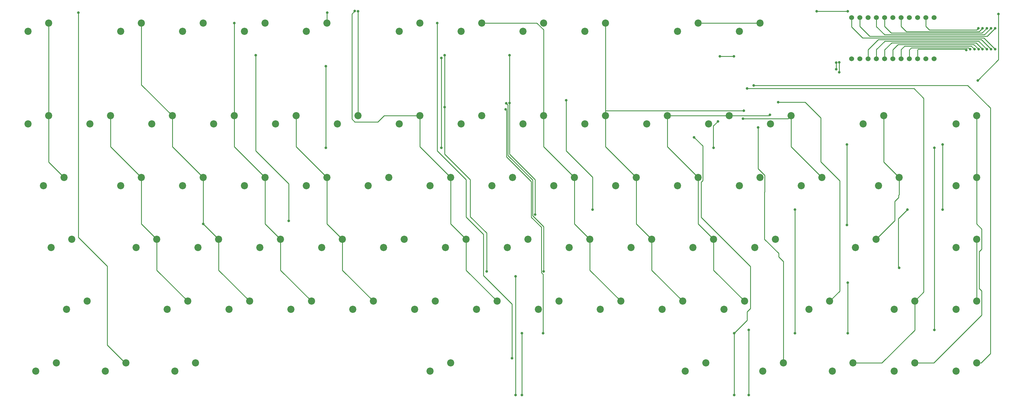
<source format=gtl>
G04 #@! TF.GenerationSoftware,KiCad,Pcbnew,(5.1.6)-1*
G04 #@! TF.CreationDate,2021-03-28T22:48:09-04:00*
G04 #@! TF.ProjectId,keyboard-layout-tall,6b657962-6f61-4726-942d-6c61796f7574,rev?*
G04 #@! TF.SameCoordinates,Original*
G04 #@! TF.FileFunction,Copper,L1,Top*
G04 #@! TF.FilePolarity,Positive*
%FSLAX46Y46*%
G04 Gerber Fmt 4.6, Leading zero omitted, Abs format (unit mm)*
G04 Created by KiCad (PCBNEW (5.1.6)-1) date 2021-03-28 22:48:09*
%MOMM*%
%LPD*%
G01*
G04 APERTURE LIST*
G04 #@! TA.AperFunction,ComponentPad*
%ADD10C,1.524000*%
G04 #@! TD*
G04 #@! TA.AperFunction,ComponentPad*
%ADD11C,2.200000*%
G04 #@! TD*
G04 #@! TA.AperFunction,ViaPad*
%ADD12C,0.800000*%
G04 #@! TD*
G04 #@! TA.AperFunction,Conductor*
%ADD13C,0.250000*%
G04 #@! TD*
G04 APERTURE END LIST*
D10*
X294800000Y-63150000D03*
X297340000Y-63150000D03*
X299880000Y-63150000D03*
X302420000Y-63150000D03*
X304960000Y-63150000D03*
X307500000Y-63150000D03*
X310040000Y-63150000D03*
X312580000Y-63150000D03*
X315120000Y-63150000D03*
X317660000Y-63150000D03*
X320200000Y-63150000D03*
X320200000Y-75850000D03*
X317660000Y-75850000D03*
X315120000Y-75850000D03*
X312580000Y-75850000D03*
X310040000Y-75850000D03*
X307500000Y-75850000D03*
X304960000Y-75850000D03*
X302420000Y-75850000D03*
X299880000Y-75850000D03*
X297340000Y-75850000D03*
X294800000Y-75850000D03*
D11*
X298350000Y-95895000D03*
X304700000Y-93355000D03*
X295968750Y-133995000D03*
X302318750Y-131455000D03*
X53081250Y-153045000D03*
X59431250Y-150505000D03*
X303112500Y-114945000D03*
X309462500Y-112405000D03*
X45937500Y-114945000D03*
X52287500Y-112405000D03*
X281681250Y-153045000D03*
X288031250Y-150505000D03*
X48318750Y-133995000D03*
X54668750Y-131455000D03*
X43556250Y-172095000D03*
X49906250Y-169555000D03*
X86418750Y-172095000D03*
X92768750Y-169555000D03*
X243581250Y-172095000D03*
X249931250Y-169555000D03*
X267393750Y-172095000D03*
X273743750Y-169555000D03*
X160237500Y-153045000D03*
X166587500Y-150505000D03*
X107850000Y-67320000D03*
X114200000Y-64780000D03*
X41175000Y-67320000D03*
X47525000Y-64780000D03*
X326925000Y-172095000D03*
X333275000Y-169555000D03*
X307875000Y-153045000D03*
X314225000Y-150505000D03*
X169762500Y-133995000D03*
X176112500Y-131455000D03*
X179287500Y-153045000D03*
X185637500Y-150505000D03*
X103087500Y-153045000D03*
X109437500Y-150505000D03*
X93562500Y-133995000D03*
X99912500Y-131455000D03*
X69750000Y-67320000D03*
X76100000Y-64780000D03*
X88800000Y-67320000D03*
X95150000Y-64780000D03*
X126900000Y-67320000D03*
X133250000Y-64780000D03*
X155475000Y-67320000D03*
X161825000Y-64780000D03*
X174525000Y-67320000D03*
X180875000Y-64780000D03*
X193575000Y-67320000D03*
X199925000Y-64780000D03*
X212625000Y-67320000D03*
X218975000Y-64780000D03*
X241200000Y-67320000D03*
X247550000Y-64780000D03*
X260250000Y-67320000D03*
X266600000Y-64780000D03*
X41175000Y-95895000D03*
X47525000Y-93355000D03*
X60225000Y-95895000D03*
X66575000Y-93355000D03*
X79275000Y-95895000D03*
X85625000Y-93355000D03*
X98325000Y-95895000D03*
X104675000Y-93355000D03*
X117375000Y-95895000D03*
X123725000Y-93355000D03*
X136425000Y-95895000D03*
X142775000Y-93355000D03*
X155475000Y-95895000D03*
X161825000Y-93355000D03*
X174525000Y-95895000D03*
X180875000Y-93355000D03*
X193575000Y-95895000D03*
X199925000Y-93355000D03*
X212625000Y-95895000D03*
X218975000Y-93355000D03*
X231675000Y-95895000D03*
X238025000Y-93355000D03*
X250725000Y-95895000D03*
X257075000Y-93355000D03*
X269775000Y-95895000D03*
X276125000Y-93355000D03*
X326925000Y-95895000D03*
X333275000Y-93355000D03*
X69750000Y-114945000D03*
X76100000Y-112405000D03*
X88800000Y-114945000D03*
X95150000Y-112405000D03*
X107850000Y-114945000D03*
X114200000Y-112405000D03*
X126900000Y-114945000D03*
X133250000Y-112405000D03*
X145950000Y-114945000D03*
X152300000Y-112405000D03*
X165000000Y-114945000D03*
X171350000Y-112405000D03*
X184050000Y-114945000D03*
X190400000Y-112405000D03*
X203100000Y-114945000D03*
X209450000Y-112405000D03*
X222150000Y-114945000D03*
X228500000Y-112405000D03*
X241200000Y-114945000D03*
X247550000Y-112405000D03*
X260250000Y-114945000D03*
X266600000Y-112405000D03*
X279300000Y-114945000D03*
X285650000Y-112405000D03*
X326925000Y-114945000D03*
X333275000Y-112405000D03*
X74512500Y-133995000D03*
X80862500Y-131455000D03*
X112612500Y-133995000D03*
X118962500Y-131455000D03*
X131662500Y-133995000D03*
X138012500Y-131455000D03*
X150712500Y-133995000D03*
X157062500Y-131455000D03*
X188812500Y-133995000D03*
X195162500Y-131455000D03*
X207862500Y-133995000D03*
X214212500Y-131455000D03*
X226912500Y-133995000D03*
X233262500Y-131455000D03*
X245962500Y-133995000D03*
X252312500Y-131455000D03*
X265012500Y-133995000D03*
X271362500Y-131455000D03*
X326925000Y-133995000D03*
X333275000Y-131455000D03*
X84037500Y-153045000D03*
X90387500Y-150505000D03*
X122137500Y-153045000D03*
X128487500Y-150505000D03*
X141187500Y-153045000D03*
X147537500Y-150505000D03*
X198337500Y-153045000D03*
X204687500Y-150505000D03*
X217387500Y-153045000D03*
X223737500Y-150505000D03*
X236437500Y-153045000D03*
X242787500Y-150505000D03*
X255487500Y-153045000D03*
X261837500Y-150505000D03*
X326925000Y-153045000D03*
X333275000Y-150505000D03*
X64987500Y-172095000D03*
X71337500Y-169555000D03*
X288825000Y-172095000D03*
X295175000Y-169555000D03*
X307875000Y-172095000D03*
X314225000Y-169555000D03*
X171350000Y-169555000D03*
X165000000Y-172095000D03*
D12*
X168480000Y-75575000D03*
X168480000Y-103261000D03*
X293321000Y-102245000D03*
X293321002Y-127010002D03*
X258500000Y-75100000D03*
X254200000Y-75100000D03*
X132920000Y-78115000D03*
X132920000Y-103261000D03*
X322785000Y-102245000D03*
X322785000Y-122311000D03*
X253600000Y-95100000D03*
X252270000Y-103270000D03*
X258650000Y-160411000D03*
X258650000Y-179461000D03*
X193245000Y-160411000D03*
X193245000Y-179461000D03*
X246300000Y-100000002D03*
X263095000Y-159395000D03*
X263095000Y-179461000D03*
X320245000Y-159395000D03*
X320245000Y-103261000D03*
X188259990Y-91425000D03*
X199820000Y-160420000D03*
X169505000Y-74695000D03*
X182441000Y-141370000D03*
X191340000Y-142885000D03*
X191340000Y-179461000D03*
X293575000Y-144790000D03*
X293575000Y-160411000D03*
X169505000Y-90705000D03*
X311990000Y-122311000D03*
X309450000Y-140218000D03*
X188400000Y-89500000D03*
X199970000Y-141370000D03*
X189435000Y-74686000D03*
X197309000Y-123835000D03*
X111330000Y-74686000D03*
X121490000Y-125740000D03*
X277319000Y-122311000D03*
X277319000Y-160411000D03*
X189435000Y-89435000D03*
X272200000Y-89200000D03*
X269600000Y-93074990D03*
X167210000Y-64780000D03*
X190225001Y-168129999D03*
X266000000Y-97000000D03*
X56720000Y-61605000D03*
X264600000Y-84000000D03*
X262600000Y-85000000D03*
X261600000Y-91800000D03*
X261300000Y-94300000D03*
X141810000Y-61097000D03*
X142826000Y-61134000D03*
X104726000Y-64780000D03*
X133301000Y-61605000D03*
X95150000Y-126692500D03*
X206900000Y-88600000D03*
X215020000Y-122320000D03*
X339000000Y-72900000D03*
X339000000Y-66400000D03*
X337700000Y-66400000D03*
X336400000Y-66400000D03*
X335100000Y-66400000D03*
X333800000Y-66400000D03*
X330100000Y-73125000D03*
X331300000Y-72900000D03*
X332600000Y-72900000D03*
X333900000Y-72900000D03*
X335100000Y-72900000D03*
X336400000Y-72900000D03*
X337700000Y-72900000D03*
X293600000Y-61200000D03*
X284000000Y-61200000D03*
X290000000Y-77000000D03*
X290000000Y-79000000D03*
X291000000Y-76900000D03*
X291000000Y-80000000D03*
X340000000Y-62000000D03*
X333600000Y-82500000D03*
D13*
X168480000Y-85100000D02*
X168480000Y-103261000D01*
X293321000Y-102245000D02*
X293321000Y-127010000D01*
X293321000Y-127010000D02*
X293321002Y-127010002D01*
X168480000Y-75575000D02*
X168480000Y-85100000D01*
X258500000Y-75100000D02*
X254200000Y-75100000D01*
X322785000Y-102245000D02*
X322785000Y-122311000D01*
X132920000Y-78115000D02*
X132920000Y-87980000D01*
X132920000Y-87640000D02*
X132920000Y-87980000D01*
X132920000Y-87980000D02*
X132920000Y-103261000D01*
X253600000Y-95100000D02*
X252209999Y-96490001D01*
X252209999Y-96490001D02*
X252209999Y-103209999D01*
X252209999Y-103209999D02*
X252270000Y-103270000D01*
X258650000Y-160411000D02*
X258650000Y-179461000D01*
X193245000Y-160411000D02*
X193245000Y-179461000D01*
X248500000Y-124700000D02*
X248500000Y-113830001D01*
X263600000Y-152800000D02*
X263600000Y-139800000D01*
X263600000Y-139800000D02*
X248500000Y-124700000D01*
X248975001Y-102675003D02*
X246300000Y-100000002D01*
X248500000Y-113830001D02*
X248975001Y-113355000D01*
X262600000Y-156461000D02*
X262600000Y-153800000D01*
X248975001Y-113355000D02*
X248975001Y-102675003D01*
X258650000Y-160411000D02*
X262600000Y-156461000D01*
X262600000Y-153800000D02*
X263600000Y-152800000D01*
X263095000Y-159395000D02*
X263095000Y-179461000D01*
X320245000Y-159395000D02*
X320245000Y-103261000D01*
X199820000Y-142293002D02*
X199820000Y-160420000D01*
X199244999Y-141718001D02*
X199820000Y-142293002D01*
X199244999Y-127744999D02*
X199244999Y-141718001D01*
X188259990Y-91425000D02*
X188534980Y-91699990D01*
X196133989Y-113633989D02*
X196133989Y-124633989D01*
X188534980Y-91699990D02*
X188534980Y-106034980D01*
X188534980Y-106034980D02*
X196133989Y-113633989D01*
X196133989Y-124633989D02*
X199244999Y-127744999D01*
X191340000Y-142885000D02*
X191340000Y-179461000D01*
X293575000Y-144790000D02*
X293575000Y-160411000D01*
X177370000Y-124470000D02*
X182441000Y-129541000D01*
X177370000Y-113040000D02*
X177370000Y-124470000D01*
X182441000Y-129541000D02*
X182441000Y-141370000D01*
X169505000Y-105175000D02*
X177370000Y-113040000D01*
X169505000Y-90705000D02*
X169505000Y-105175000D01*
X169505000Y-74695000D02*
X169505000Y-90705000D01*
X309196000Y-125105000D02*
X309196000Y-139964000D01*
X311990000Y-122311000D02*
X309196000Y-125105000D01*
X309196000Y-139964000D02*
X309450000Y-140218000D01*
X188984990Y-90084990D02*
X188984990Y-105584990D01*
X188400000Y-89500000D02*
X188984990Y-90084990D01*
X199970000Y-127569002D02*
X199970000Y-141370000D01*
X196583999Y-124183001D02*
X199970000Y-127569002D01*
X196583999Y-113183999D02*
X196583999Y-124183001D01*
X188984990Y-105584990D02*
X196583999Y-113183999D01*
X197309000Y-113040000D02*
X197309000Y-123835000D01*
X189435000Y-105166000D02*
X197309000Y-113040000D01*
X277319000Y-122311000D02*
X277319000Y-160411000D01*
X189435000Y-84211000D02*
X189435000Y-74686000D01*
X121490000Y-114310000D02*
X121490000Y-125740000D01*
X111330000Y-74686000D02*
X111330000Y-104150000D01*
X111330000Y-104150000D02*
X121490000Y-114310000D01*
X189435000Y-89435000D02*
X189435000Y-105166000D01*
X189435000Y-84211000D02*
X189435000Y-89435000D01*
X333275000Y-93355000D02*
X333275000Y-112405000D01*
X320105998Y-169555000D02*
X314225000Y-169555000D01*
X334850000Y-154810998D02*
X320105998Y-169555000D01*
X334088000Y-146568000D02*
X334850000Y-147330000D01*
X334850000Y-147330000D02*
X334850000Y-154810998D01*
X333275000Y-112405000D02*
X333275000Y-126705000D01*
X333275000Y-126705000D02*
X334850000Y-128280000D01*
X334850000Y-134503000D02*
X334088000Y-135265000D01*
X334850000Y-128280000D02*
X334850000Y-134503000D01*
X334088000Y-135265000D02*
X334088000Y-146568000D01*
X272200000Y-89200000D02*
X280500000Y-89200000D01*
X280500000Y-89200000D02*
X285300000Y-94000000D01*
X285300000Y-94000000D02*
X285300000Y-107600000D01*
X285300000Y-107600000D02*
X291100000Y-113400000D01*
X291100000Y-147436250D02*
X288031250Y-150505000D01*
X291100000Y-113400000D02*
X291100000Y-147436250D01*
X304700000Y-107642500D02*
X309462500Y-112405000D01*
X304700000Y-93355000D02*
X304700000Y-107642500D01*
X309247501Y-118601001D02*
X308110989Y-119737513D01*
X309462500Y-117649587D02*
X309247501Y-117864586D01*
X309247501Y-117864586D02*
X309247501Y-118601001D01*
X309462500Y-112405000D02*
X309462500Y-117649587D01*
X308110989Y-119737513D02*
X308110989Y-125662761D01*
X308110989Y-125662761D02*
X302318750Y-131455000D01*
X247550000Y-64780000D02*
X266600000Y-64780000D01*
X238025000Y-102880000D02*
X247550000Y-112405000D01*
X238025000Y-93355000D02*
X238025000Y-102880000D01*
X247550000Y-126692500D02*
X252312500Y-131455000D01*
X247550000Y-112405000D02*
X247550000Y-126692500D01*
X252312500Y-140980000D02*
X261837500Y-150505000D01*
X252312500Y-131455000D02*
X252312500Y-140980000D01*
X238025000Y-93355000D02*
X257075000Y-93355000D01*
X257075000Y-93355000D02*
X269319990Y-93355000D01*
X269319990Y-93355000D02*
X269600000Y-93074990D01*
X333275000Y-131455000D02*
X333275000Y-150505000D01*
X190225001Y-151422001D02*
X190225001Y-168129999D01*
X181434000Y-142631000D02*
X190225001Y-151422001D01*
X181434000Y-129931000D02*
X181434000Y-142631000D01*
X176100000Y-113040000D02*
X176100000Y-124597000D01*
X176100000Y-124597000D02*
X181434000Y-129931000D01*
X167210000Y-104150000D02*
X176100000Y-113040000D01*
X167210000Y-64780000D02*
X167210000Y-74490000D01*
X167210000Y-74305000D02*
X167210000Y-74490000D01*
X167210000Y-74490000D02*
X167210000Y-104150000D01*
X272300000Y-136850000D02*
X273743750Y-138293750D01*
X272300000Y-135800000D02*
X272300000Y-136850000D01*
X273743750Y-138300000D02*
X273743750Y-169555000D01*
X267964999Y-131464999D02*
X272300000Y-135800000D01*
X268025001Y-111720999D02*
X268025001Y-116860997D01*
X266000000Y-97000000D02*
X266000000Y-109695998D01*
X273743750Y-138293750D02*
X273743750Y-138300000D01*
X268025001Y-116860997D02*
X267964999Y-116920999D01*
X266000000Y-109695998D02*
X268025001Y-111720999D01*
X267964999Y-116920999D02*
X267964999Y-131464999D01*
X56720000Y-71130000D02*
X56720000Y-130820000D01*
X56720000Y-130820000D02*
X65610000Y-139710000D01*
X71080248Y-169555000D02*
X71337500Y-169555000D01*
X65610000Y-164084752D02*
X71080248Y-169555000D01*
X65610000Y-139710000D02*
X65610000Y-164084752D01*
X56720000Y-71130000D02*
X56720000Y-61605000D01*
X264600000Y-84000000D02*
X330500000Y-84000000D01*
X330500000Y-84000000D02*
X337500000Y-91000000D01*
X337500000Y-91000000D02*
X337500000Y-166700000D01*
X334645000Y-169555000D02*
X333275000Y-169555000D01*
X337500000Y-166700000D02*
X334645000Y-169555000D01*
X314225000Y-150505000D02*
X314225000Y-159446000D01*
X304116000Y-169555000D02*
X295175000Y-169555000D01*
X314225000Y-159446000D02*
X304116000Y-169555000D01*
X262600000Y-85000000D02*
X314000000Y-85000000D01*
X314000000Y-85000000D02*
X317000000Y-88000000D01*
X317000000Y-147730000D02*
X314225000Y-150505000D01*
X317000000Y-88000000D02*
X317000000Y-147730000D01*
X218975000Y-102880000D02*
X228500000Y-112405000D01*
X218975000Y-93355000D02*
X218975000Y-102880000D01*
X228500000Y-126692500D02*
X233262500Y-131455000D01*
X228500000Y-112405000D02*
X228500000Y-126692500D01*
X233262500Y-140980000D02*
X242787500Y-150505000D01*
X233262500Y-131455000D02*
X233262500Y-140980000D01*
X218975000Y-70038000D02*
X218975000Y-64780000D01*
X261600000Y-91800000D02*
X219100000Y-91800000D01*
X219100000Y-91800000D02*
X218975000Y-91675000D01*
X218975000Y-93355000D02*
X218975000Y-91675000D01*
X218975000Y-91675000D02*
X218975000Y-70038000D01*
X199925000Y-102880000D02*
X209450000Y-112405000D01*
X199925000Y-93355000D02*
X199925000Y-102880000D01*
X209450000Y-126692500D02*
X214212500Y-131455000D01*
X209450000Y-112405000D02*
X209450000Y-126692500D01*
X214212500Y-140980000D02*
X223737500Y-150505000D01*
X214212500Y-131455000D02*
X214212500Y-140980000D01*
X276125000Y-102880000D02*
X285650000Y-112405000D01*
X276125000Y-93355000D02*
X276125000Y-102880000D01*
X197815998Y-64780000D02*
X180875000Y-64780000D01*
X199925000Y-93355000D02*
X199925000Y-66889002D01*
X199925000Y-66889002D02*
X197815998Y-64780000D01*
X275180000Y-94300000D02*
X276125000Y-93355000D01*
X261300000Y-94300000D02*
X275180000Y-94300000D01*
X161825000Y-102880000D02*
X171350000Y-112405000D01*
X161825000Y-93355000D02*
X161825000Y-102880000D01*
X171350000Y-126692500D02*
X176112500Y-131455000D01*
X171350000Y-112405000D02*
X171350000Y-126692500D01*
X176112500Y-140980000D02*
X185637500Y-150505000D01*
X176112500Y-131455000D02*
X176112500Y-140980000D01*
X150827000Y-93355000D02*
X161825000Y-93355000D01*
X140921000Y-61986000D02*
X140921000Y-94371000D01*
X141810000Y-61097000D02*
X140921000Y-61986000D01*
X140921000Y-94371000D02*
X141810000Y-95260000D01*
X148922000Y-95260000D02*
X150827000Y-93355000D01*
X141810000Y-95260000D02*
X148922000Y-95260000D01*
X123725000Y-102880000D02*
X133250000Y-112405000D01*
X123725000Y-93355000D02*
X123725000Y-102880000D01*
X133250000Y-126692500D02*
X138012500Y-131455000D01*
X133250000Y-112405000D02*
X133250000Y-126692500D01*
X138012500Y-140980000D02*
X147537500Y-150505000D01*
X138012500Y-131455000D02*
X138012500Y-140980000D01*
X142775000Y-61185000D02*
X142826000Y-61134000D01*
X142775000Y-93355000D02*
X142775000Y-61185000D01*
X104675000Y-102880000D02*
X114200000Y-112405000D01*
X104675000Y-93355000D02*
X104675000Y-102880000D01*
X114200000Y-126692500D02*
X118962500Y-131455000D01*
X114200000Y-112405000D02*
X114200000Y-126692500D01*
X118962500Y-140980000D02*
X128487500Y-150505000D01*
X118962500Y-131455000D02*
X118962500Y-140980000D01*
X133250000Y-64780000D02*
X133250000Y-61656000D01*
X133250000Y-61656000D02*
X133301000Y-61605000D01*
X104675000Y-64831000D02*
X104726000Y-64780000D01*
X104675000Y-93355000D02*
X104675000Y-64831000D01*
X85625000Y-102880000D02*
X95150000Y-112405000D01*
X85625000Y-93355000D02*
X85625000Y-102880000D01*
X95150000Y-126692500D02*
X99912500Y-131455000D01*
X95150000Y-112405000D02*
X95150000Y-126692500D01*
X99912500Y-140980000D02*
X109437500Y-150505000D01*
X99912500Y-131455000D02*
X99912500Y-140980000D01*
X76100000Y-83830000D02*
X85625000Y-93355000D01*
X76100000Y-64780000D02*
X76100000Y-83830000D01*
X47525000Y-107642500D02*
X52287500Y-112405000D01*
X47525000Y-93355000D02*
X47525000Y-107642500D01*
X66575000Y-102880000D02*
X76100000Y-112405000D01*
X66575000Y-93355000D02*
X66575000Y-102880000D01*
X76100000Y-126692500D02*
X80862500Y-131455000D01*
X76100000Y-112405000D02*
X76100000Y-126692500D01*
X80862500Y-140980000D02*
X90387500Y-150505000D01*
X80862500Y-131455000D02*
X80862500Y-140980000D01*
X47525000Y-74305000D02*
X47525000Y-93355000D01*
X47525000Y-74305000D02*
X47525000Y-64780000D01*
X206900000Y-88600000D02*
X206900000Y-104200000D01*
X215020000Y-112320000D02*
X215020000Y-122320000D01*
X206900000Y-104200000D02*
X215020000Y-112320000D01*
X339000000Y-72900000D02*
X335500000Y-69400000D01*
X335500000Y-69400000D02*
X298200000Y-69400000D01*
X294800000Y-66000000D02*
X294800000Y-63150000D01*
X298200000Y-69400000D02*
X294800000Y-66000000D01*
X300400000Y-68900000D02*
X297340000Y-65840000D01*
X339000000Y-66400000D02*
X336500000Y-68900000D01*
X297340000Y-65840000D02*
X297340000Y-63150000D01*
X336500000Y-68900000D02*
X300400000Y-68900000D01*
X337700000Y-66400000D02*
X335700000Y-68400000D01*
X335700000Y-68400000D02*
X304900000Y-68400000D01*
X302420000Y-65920000D02*
X302420000Y-63150000D01*
X304900000Y-68400000D02*
X302420000Y-65920000D01*
X336400000Y-66400000D02*
X334900000Y-67900000D01*
X317650010Y-67850010D02*
X306950010Y-67850010D01*
X334900000Y-67900000D02*
X317700000Y-67900000D01*
X317700000Y-67900000D02*
X317650010Y-67850010D01*
X304960000Y-65860000D02*
X304960000Y-63150000D01*
X306950010Y-67850010D02*
X304960000Y-65860000D01*
X335100000Y-66400000D02*
X334100000Y-67400000D01*
X334100000Y-67400000D02*
X311600000Y-67400000D01*
X310040000Y-65840000D02*
X310040000Y-63150000D01*
X311600000Y-67400000D02*
X310040000Y-65840000D01*
X333800000Y-66400000D02*
X333300000Y-66900000D01*
X333300000Y-66900000D02*
X318700000Y-66900000D01*
X317660000Y-65860000D02*
X317660000Y-63150000D01*
X318700000Y-66900000D02*
X317660000Y-65860000D01*
X330100000Y-73125000D02*
X329875000Y-72900000D01*
X329875000Y-72900000D02*
X315300000Y-72900000D01*
X315120000Y-73080000D02*
X315120000Y-75850000D01*
X315300000Y-72900000D02*
X315120000Y-73080000D01*
X331300000Y-72900000D02*
X330800000Y-72400000D01*
X330800000Y-72400000D02*
X313200000Y-72400000D01*
X312580000Y-73020000D02*
X312580000Y-75850000D01*
X313200000Y-72400000D02*
X312580000Y-73020000D01*
X332600000Y-72900000D02*
X331600000Y-71900000D01*
X331600000Y-71900000D02*
X311100000Y-71900000D01*
X310040000Y-72960000D02*
X310040000Y-75850000D01*
X311100000Y-71900000D02*
X310040000Y-72960000D01*
X333900000Y-72900000D02*
X332400000Y-71400000D01*
X332400000Y-71400000D02*
X309100000Y-71400000D01*
X307500000Y-73000000D02*
X307500000Y-75850000D01*
X309100000Y-71400000D02*
X307500000Y-73000000D01*
X335100000Y-72900000D02*
X333100000Y-70900000D01*
X333100000Y-70900000D02*
X307100000Y-70900000D01*
X304960000Y-73040000D02*
X304960000Y-75850000D01*
X307100000Y-70900000D02*
X304960000Y-73040000D01*
X336400000Y-72900000D02*
X333900000Y-70400000D01*
X333900000Y-70400000D02*
X305000000Y-70400000D01*
X302420000Y-72980000D02*
X302420000Y-75850000D01*
X305000000Y-70400000D02*
X302420000Y-72980000D01*
X337700000Y-72900000D02*
X334700000Y-69900000D01*
X334700000Y-69900000D02*
X303000000Y-69900000D01*
X299880000Y-73020000D02*
X299880000Y-75850000D01*
X303000000Y-69900000D02*
X299880000Y-73020000D01*
X293600000Y-61200000D02*
X284000000Y-61200000D01*
X290000000Y-77000000D02*
X290000000Y-79000000D01*
X291000000Y-76900000D02*
X291000000Y-80000000D01*
X340000000Y-62000000D02*
X340000000Y-76100000D01*
X340000000Y-76100000D02*
X333600000Y-82500000D01*
M02*

</source>
